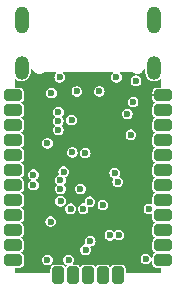
<source format=gbr>
%TF.GenerationSoftware,KiCad,Pcbnew,7.0.2*%
%TF.CreationDate,2023-07-26T16:03:34+02:00*%
%TF.ProjectId,epi,6570692e-6b69-4636-9164-5f7063625858,1_2_0*%
%TF.SameCoordinates,Original*%
%TF.FileFunction,Copper,L2,Inr*%
%TF.FilePolarity,Positive*%
%FSLAX46Y46*%
G04 Gerber Fmt 4.6, Leading zero omitted, Abs format (unit mm)*
G04 Created by KiCad (PCBNEW 7.0.2) date 2023-07-26 16:03:34*
%MOMM*%
%LPD*%
G01*
G04 APERTURE LIST*
G04 Aperture macros list*
%AMRoundRect*
0 Rectangle with rounded corners*
0 $1 Rounding radius*
0 $2 $3 $4 $5 $6 $7 $8 $9 X,Y pos of 4 corners*
0 Add a 4 corners polygon primitive as box body*
4,1,4,$2,$3,$4,$5,$6,$7,$8,$9,$2,$3,0*
0 Add four circle primitives for the rounded corners*
1,1,$1+$1,$2,$3*
1,1,$1+$1,$4,$5*
1,1,$1+$1,$6,$7*
1,1,$1+$1,$8,$9*
0 Add four rect primitives between the rounded corners*
20,1,$1+$1,$2,$3,$4,$5,0*
20,1,$1+$1,$4,$5,$6,$7,0*
20,1,$1+$1,$6,$7,$8,$9,0*
20,1,$1+$1,$8,$9,$2,$3,0*%
G04 Aperture macros list end*
%TA.AperFunction,CastellatedPad*%
%ADD10RoundRect,0.250000X-0.500000X-0.250000X0.500000X-0.250000X0.500000X0.250000X-0.500000X0.250000X0*%
%TD*%
%TA.AperFunction,CastellatedPad*%
%ADD11RoundRect,0.250000X-0.250000X0.500000X-0.250000X-0.500000X0.250000X-0.500000X0.250000X0.500000X0*%
%TD*%
%TA.AperFunction,ComponentPad*%
%ADD12O,1.200000X2.000000*%
%TD*%
%TA.AperFunction,ComponentPad*%
%ADD13O,1.200000X2.300000*%
%TD*%
%TA.AperFunction,ViaPad*%
%ADD14C,0.600000*%
%TD*%
G04 APERTURE END LIST*
D10*
%TO.N,D1{slash}TX*%
%TO.C,J1*%
X97923220Y-58920000D03*
%TO.N,D0{slash}RX*%
X97923220Y-60190000D03*
%TO.N,GND*%
X97923220Y-61460000D03*
X97923220Y-62730000D03*
%TO.N,D2{slash}SDA*%
X97923220Y-64000000D03*
%TO.N,D3{slash}SCL*%
X97923220Y-65270000D03*
%TO.N,D4*%
X97923220Y-66540000D03*
%TO.N,D5*%
X97923220Y-67810000D03*
%TO.N,D6*%
X97923220Y-69080000D03*
%TO.N,D7*%
X97923220Y-70350000D03*
%TO.N,D8*%
X97923220Y-71620000D03*
%TO.N,D9*%
X97923220Y-72890000D03*
%TD*%
D11*
%TO.N,D11*%
%TO.C,J3*%
X106813220Y-74160000D03*
%TO.N,D12*%
X105543220Y-74160000D03*
%TO.N,D13*%
X104273220Y-74160000D03*
%TO.N,D17{slash}SS*%
X103003220Y-74160000D03*
%TO.N,A5*%
X101733220Y-74160000D03*
%TD*%
D12*
%TO.N,Net-(J4-SHIELD)*%
%TO.C,J4*%
X109873220Y-56591500D03*
D13*
X109873220Y-52591500D03*
D12*
X98673220Y-56591500D03*
D13*
X98673220Y-52591500D03*
%TD*%
D10*
%TO.N,+5V*%
%TO.C,J2*%
X110623220Y-58920000D03*
%TO.N,GND*%
X110623220Y-60190000D03*
%TO.N,RST*%
X110623220Y-61460000D03*
%TO.N,A4*%
X110623220Y-62730000D03*
%TO.N,A3*%
X110623220Y-64000000D03*
%TO.N,A2*%
X110623220Y-65270000D03*
%TO.N,A1*%
X110623220Y-66540000D03*
%TO.N,A0*%
X110623220Y-67810000D03*
%TO.N,D15{slash}SCK*%
X110623220Y-69080000D03*
%TO.N,D14{slash}MISO*%
X110623220Y-70350000D03*
%TO.N,D16{slash}MOSI*%
X110623220Y-71620000D03*
%TO.N,D10*%
X110623220Y-72890000D03*
%TD*%
D14*
%TO.N,+5V*%
X108249098Y-69134122D03*
X106062720Y-60900000D03*
X103723720Y-62023055D03*
X100423220Y-62160000D03*
%TO.N,GND*%
X107593220Y-60500000D03*
X102874422Y-61020000D03*
X108333220Y-57700000D03*
X109422512Y-68554867D03*
X100833220Y-72860000D03*
X102623220Y-72860000D03*
X103623220Y-66860000D03*
X101112342Y-69620878D03*
%TO.N,Net-(U1-XTAL1)*%
X104462720Y-71275203D03*
X101933220Y-66100000D03*
%TO.N,RST*%
X104033220Y-63819920D03*
X107903220Y-62260000D03*
%TO.N,D1{slash}TX*%
X99648720Y-65660000D03*
%TO.N,D0{slash}RX*%
X99648720Y-66532544D03*
%TO.N,A4*%
X106533220Y-65500000D03*
%TO.N,Net-(U1-XTAL2)*%
X102208720Y-65402542D03*
X104063718Y-72000000D03*
%TO.N,D17{slash}SS*%
X101765572Y-60363083D03*
%TO.N,Net-(J4-D+-PadA6)*%
X103333220Y-58600000D03*
%TO.N,D7*%
X101941860Y-67908641D03*
%TO.N,D15{slash}SCK*%
X102941848Y-63766872D03*
%TO.N,D16{slash}MOSI*%
X101754098Y-61862000D03*
%TO.N,D14{slash}MISO*%
X101754098Y-61112497D03*
%TO.N,D3{slash}SCL*%
X101933220Y-66850500D03*
%TO.N,Net-(J4-D--PadA7)*%
X105223220Y-58600000D03*
%TO.N,D9*%
X103847220Y-68537000D03*
%TO.N,D5*%
X102797720Y-68537000D03*
%TO.N,D10*%
X106123822Y-70782529D03*
%TO.N,A3*%
X106786311Y-66249757D03*
%TO.N,A5*%
X105533220Y-68224500D03*
%TO.N,D11*%
X100833220Y-63000000D03*
%TO.N,D12*%
X104433220Y-67936000D03*
%TO.N,D13*%
X106873031Y-70761567D03*
X109172720Y-72800000D03*
%TO.N,Net-(FB1-Pad1)*%
X108088720Y-59500000D03*
X106673220Y-57400000D03*
X101873220Y-57400000D03*
X101177662Y-58740576D03*
%TD*%
%TA.AperFunction,Conductor*%
%TO.N,+5V*%
G36*
X109085970Y-56691480D02*
G01*
X109118936Y-56727710D01*
X109122720Y-56749389D01*
X109122720Y-57035209D01*
X109122936Y-57037063D01*
X109122937Y-57037068D01*
X109137978Y-57165756D01*
X109197981Y-57330615D01*
X109248033Y-57406714D01*
X109294390Y-57477196D01*
X109422002Y-57597592D01*
X109573939Y-57685312D01*
X109742010Y-57735630D01*
X109906322Y-57745200D01*
X109917154Y-57745831D01*
X109917154Y-57745830D01*
X109917155Y-57745831D01*
X110089931Y-57715365D01*
X110251024Y-57645877D01*
X110370503Y-57556927D01*
X110417995Y-57544940D01*
X110460056Y-57570046D01*
X110472720Y-57608264D01*
X110472720Y-58206000D01*
X110453975Y-58251255D01*
X110408720Y-58270000D01*
X110091739Y-58270000D01*
X109998072Y-58284834D01*
X109885176Y-58342358D01*
X109795578Y-58431956D01*
X109738055Y-58544851D01*
X109723220Y-58638518D01*
X109723220Y-58820000D01*
X110313759Y-58820000D01*
X110298220Y-58862694D01*
X110298220Y-58977306D01*
X110313759Y-59020000D01*
X109723221Y-59020000D01*
X109723221Y-59201480D01*
X109738054Y-59295147D01*
X109795578Y-59408043D01*
X109885175Y-59497641D01*
X109885281Y-59497695D01*
X109885584Y-59498050D01*
X109892343Y-59504809D01*
X109891811Y-59505340D01*
X109917094Y-59534943D01*
X109913251Y-59583775D01*
X109885284Y-59611743D01*
X109884880Y-59611948D01*
X109795169Y-59701659D01*
X109737574Y-59814695D01*
X109722720Y-59908480D01*
X109722720Y-60471519D01*
X109737573Y-60565303D01*
X109769635Y-60628227D01*
X109795170Y-60678342D01*
X109884878Y-60768050D01*
X109884880Y-60768051D01*
X109892046Y-60775217D01*
X109891437Y-60775825D01*
X109916545Y-60805225D01*
X109912700Y-60854057D01*
X109892010Y-60874746D01*
X109892046Y-60874783D01*
X109884879Y-60881949D01*
X109884878Y-60881950D01*
X109816328Y-60950500D01*
X109795169Y-60971659D01*
X109737574Y-61084695D01*
X109722720Y-61178480D01*
X109722720Y-61741519D01*
X109737573Y-61835303D01*
X109751176Y-61862000D01*
X109795170Y-61948342D01*
X109884878Y-62038050D01*
X109884880Y-62038051D01*
X109892046Y-62045217D01*
X109891437Y-62045825D01*
X109916545Y-62075225D01*
X109912700Y-62124057D01*
X109892010Y-62144746D01*
X109892046Y-62144783D01*
X109884879Y-62151949D01*
X109884878Y-62151950D01*
X109830861Y-62205967D01*
X109795169Y-62241659D01*
X109737574Y-62354695D01*
X109722720Y-62448480D01*
X109722720Y-63011519D01*
X109737573Y-63105303D01*
X109737574Y-63105304D01*
X109795170Y-63218342D01*
X109884878Y-63308050D01*
X109884880Y-63308051D01*
X109892046Y-63315217D01*
X109891437Y-63315825D01*
X109916545Y-63345225D01*
X109912700Y-63394057D01*
X109892010Y-63414746D01*
X109892046Y-63414783D01*
X109884879Y-63421949D01*
X109884878Y-63421950D01*
X109830876Y-63475952D01*
X109795169Y-63511659D01*
X109737574Y-63624695D01*
X109722720Y-63718480D01*
X109722720Y-64281519D01*
X109737573Y-64375303D01*
X109737574Y-64375304D01*
X109795170Y-64488342D01*
X109884878Y-64578050D01*
X109884880Y-64578051D01*
X109892046Y-64585217D01*
X109891437Y-64585825D01*
X109916545Y-64615225D01*
X109912700Y-64664057D01*
X109892010Y-64684746D01*
X109892046Y-64684783D01*
X109884879Y-64691949D01*
X109884878Y-64691950D01*
X109795169Y-64781658D01*
X109795169Y-64781659D01*
X109737574Y-64894695D01*
X109722720Y-64988480D01*
X109722720Y-65551519D01*
X109737573Y-65645303D01*
X109789141Y-65746509D01*
X109795170Y-65758342D01*
X109884878Y-65848050D01*
X109884880Y-65848051D01*
X109892046Y-65855217D01*
X109891437Y-65855825D01*
X109916545Y-65885225D01*
X109912700Y-65934057D01*
X109892010Y-65954746D01*
X109892046Y-65954783D01*
X109884879Y-65961949D01*
X109884878Y-65961950D01*
X109843134Y-66003694D01*
X109795169Y-66051659D01*
X109737574Y-66164695D01*
X109722720Y-66258480D01*
X109722720Y-66821519D01*
X109737573Y-66915303D01*
X109769889Y-66978726D01*
X109795170Y-67028342D01*
X109884878Y-67118050D01*
X109884880Y-67118051D01*
X109892046Y-67125217D01*
X109891437Y-67125825D01*
X109916545Y-67155225D01*
X109912700Y-67204057D01*
X109892010Y-67224747D01*
X109892046Y-67224783D01*
X109884879Y-67231949D01*
X109884878Y-67231950D01*
X109842826Y-67274002D01*
X109795169Y-67321659D01*
X109737574Y-67434695D01*
X109722720Y-67528480D01*
X109722720Y-68095081D01*
X109703975Y-68140336D01*
X109658720Y-68159081D01*
X109624120Y-68148921D01*
X109611581Y-68140863D01*
X109487284Y-68104367D01*
X109357740Y-68104367D01*
X109235238Y-68140336D01*
X109233440Y-68140864D01*
X109124463Y-68210899D01*
X109039629Y-68308804D01*
X108985815Y-68426639D01*
X108967379Y-68554867D01*
X108985815Y-68683094D01*
X109039629Y-68800929D01*
X109039630Y-68800930D01*
X109124463Y-68898834D01*
X109233443Y-68968871D01*
X109357740Y-69005367D01*
X109357741Y-69005367D01*
X109487283Y-69005367D01*
X109487284Y-69005367D01*
X109611581Y-68968871D01*
X109624120Y-68960812D01*
X109672323Y-68952115D01*
X109712560Y-68980051D01*
X109722720Y-69014653D01*
X109722720Y-69361519D01*
X109737573Y-69455303D01*
X109737574Y-69455304D01*
X109795170Y-69568342D01*
X109884878Y-69658050D01*
X109884880Y-69658051D01*
X109892046Y-69665217D01*
X109891437Y-69665825D01*
X109916545Y-69695225D01*
X109912700Y-69744057D01*
X109892010Y-69764747D01*
X109892046Y-69764783D01*
X109884879Y-69771949D01*
X109884878Y-69771950D01*
X109795169Y-69861658D01*
X109795169Y-69861659D01*
X109737574Y-69974695D01*
X109722720Y-70068480D01*
X109722720Y-70631519D01*
X109737573Y-70725303D01*
X109788221Y-70824703D01*
X109795170Y-70838342D01*
X109884878Y-70928050D01*
X109884880Y-70928051D01*
X109892046Y-70935217D01*
X109891437Y-70935825D01*
X109916545Y-70965225D01*
X109912700Y-71014057D01*
X109892010Y-71034747D01*
X109892046Y-71034783D01*
X109884879Y-71041949D01*
X109884878Y-71041950D01*
X109843344Y-71083484D01*
X109795169Y-71131659D01*
X109737574Y-71244695D01*
X109722720Y-71338480D01*
X109722720Y-71901519D01*
X109737573Y-71995303D01*
X109793015Y-72104112D01*
X109795170Y-72108342D01*
X109884878Y-72198050D01*
X109884880Y-72198051D01*
X109892046Y-72205217D01*
X109891437Y-72205825D01*
X109916545Y-72235225D01*
X109912700Y-72284057D01*
X109892010Y-72304747D01*
X109892046Y-72304783D01*
X109884879Y-72311949D01*
X109884878Y-72311950D01*
X109810832Y-72385996D01*
X109795169Y-72401659D01*
X109737574Y-72514695D01*
X109722720Y-72608480D01*
X109722720Y-72625670D01*
X109703975Y-72670925D01*
X109658720Y-72689670D01*
X109613465Y-72670925D01*
X109600504Y-72652257D01*
X109555602Y-72553937D01*
X109470768Y-72456032D01*
X109361791Y-72385997D01*
X109361790Y-72385996D01*
X109361789Y-72385996D01*
X109237492Y-72349500D01*
X109107948Y-72349500D01*
X108983651Y-72385996D01*
X108983648Y-72385997D01*
X108874671Y-72456032D01*
X108789837Y-72553937D01*
X108736023Y-72671772D01*
X108717587Y-72800000D01*
X108736023Y-72928227D01*
X108789837Y-73046062D01*
X108789838Y-73046063D01*
X108874671Y-73143967D01*
X108983651Y-73214004D01*
X109107948Y-73250500D01*
X109107949Y-73250500D01*
X109237491Y-73250500D01*
X109237492Y-73250500D01*
X109361789Y-73214004D01*
X109470769Y-73143967D01*
X109555602Y-73046063D01*
X109600505Y-72947740D01*
X109636354Y-72914363D01*
X109685306Y-72916111D01*
X109718685Y-72951962D01*
X109722720Y-72974328D01*
X109722720Y-73171519D01*
X109737573Y-73265303D01*
X109771531Y-73331949D01*
X109795170Y-73378342D01*
X109884878Y-73468050D01*
X109997916Y-73525646D01*
X110091701Y-73540500D01*
X110408720Y-73540499D01*
X110453975Y-73559244D01*
X110472720Y-73604499D01*
X110472720Y-73945500D01*
X110453975Y-73990755D01*
X110408720Y-74009500D01*
X107527719Y-74009500D01*
X107482464Y-73990755D01*
X107463719Y-73945500D01*
X107463719Y-73628481D01*
X107448866Y-73534696D01*
X107394922Y-73428826D01*
X107391270Y-73421658D01*
X107301562Y-73331950D01*
X107188524Y-73274354D01*
X107094739Y-73259500D01*
X106531700Y-73259500D01*
X106437916Y-73274353D01*
X106324879Y-73331949D01*
X106324878Y-73331949D01*
X106324878Y-73331950D01*
X106235170Y-73421658D01*
X106235169Y-73421659D01*
X106228003Y-73428826D01*
X106227394Y-73428217D01*
X106197992Y-73453325D01*
X106149160Y-73449478D01*
X106128473Y-73428790D01*
X106128438Y-73428826D01*
X106081363Y-73381751D01*
X106031562Y-73331950D01*
X105918524Y-73274354D01*
X105824739Y-73259500D01*
X105261700Y-73259500D01*
X105167916Y-73274353D01*
X105054879Y-73331949D01*
X105054878Y-73331949D01*
X105054878Y-73331950D01*
X104965170Y-73421658D01*
X104965169Y-73421659D01*
X104958003Y-73428826D01*
X104957394Y-73428217D01*
X104927989Y-73453327D01*
X104879157Y-73449478D01*
X104858472Y-73428790D01*
X104858437Y-73428826D01*
X104851271Y-73421660D01*
X104851270Y-73421658D01*
X104761562Y-73331950D01*
X104648524Y-73274354D01*
X104554739Y-73259500D01*
X103991700Y-73259500D01*
X103897916Y-73274353D01*
X103784879Y-73331949D01*
X103784878Y-73331949D01*
X103784878Y-73331950D01*
X103695170Y-73421658D01*
X103695169Y-73421659D01*
X103688003Y-73428826D01*
X103687394Y-73428217D01*
X103657992Y-73453325D01*
X103609160Y-73449478D01*
X103588473Y-73428790D01*
X103588438Y-73428826D01*
X103541363Y-73381751D01*
X103491562Y-73331950D01*
X103378524Y-73274354D01*
X103284739Y-73259500D01*
X103013289Y-73259500D01*
X102968034Y-73240755D01*
X102949289Y-73195500D01*
X102964921Y-73153589D01*
X102973258Y-73143967D01*
X103006102Y-73106063D01*
X103059917Y-72988226D01*
X103078353Y-72860000D01*
X103059917Y-72731774D01*
X103006102Y-72613937D01*
X102921269Y-72516033D01*
X102921268Y-72516032D01*
X102812291Y-72445997D01*
X102812290Y-72445996D01*
X102812289Y-72445996D01*
X102687992Y-72409500D01*
X102558448Y-72409500D01*
X102434151Y-72445996D01*
X102434148Y-72445997D01*
X102325171Y-72516032D01*
X102240337Y-72613937D01*
X102186523Y-72731772D01*
X102168087Y-72859999D01*
X102168087Y-72860000D01*
X102177304Y-72924113D01*
X102186523Y-72988227D01*
X102240337Y-73106062D01*
X102325171Y-73203967D01*
X102434147Y-73274002D01*
X102434148Y-73274002D01*
X102434151Y-73274004D01*
X102437849Y-73275089D01*
X102475990Y-73305822D01*
X102481229Y-73354524D01*
X102465076Y-73381751D01*
X102441540Y-73405287D01*
X102425170Y-73421658D01*
X102425169Y-73421659D01*
X102418004Y-73428825D01*
X102417395Y-73428216D01*
X102387989Y-73453327D01*
X102339157Y-73449478D01*
X102318472Y-73428790D01*
X102318437Y-73428826D01*
X102311271Y-73421660D01*
X102311270Y-73421658D01*
X102221562Y-73331950D01*
X102108524Y-73274354D01*
X102014739Y-73259500D01*
X101451700Y-73259500D01*
X101357916Y-73274353D01*
X101244879Y-73331949D01*
X101155169Y-73421659D01*
X101097574Y-73534695D01*
X101082720Y-73628480D01*
X101082720Y-73945500D01*
X101063975Y-73990755D01*
X101018720Y-74009500D01*
X98137720Y-74009500D01*
X98092465Y-73990755D01*
X98073720Y-73945500D01*
X98073720Y-73604499D01*
X98092465Y-73559244D01*
X98137720Y-73540499D01*
X98454739Y-73540499D01*
X98501630Y-73533072D01*
X98548524Y-73525646D01*
X98661562Y-73468050D01*
X98751270Y-73378342D01*
X98808866Y-73265304D01*
X98823720Y-73171519D01*
X98823719Y-72860000D01*
X100378087Y-72860000D01*
X100396523Y-72988227D01*
X100450337Y-73106062D01*
X100491519Y-73153589D01*
X100535171Y-73203967D01*
X100644151Y-73274004D01*
X100768448Y-73310500D01*
X100768449Y-73310500D01*
X100897991Y-73310500D01*
X100897992Y-73310500D01*
X101022289Y-73274004D01*
X101131269Y-73203967D01*
X101216102Y-73106063D01*
X101269917Y-72988226D01*
X101288353Y-72860000D01*
X101269917Y-72731774D01*
X101216102Y-72613937D01*
X101131269Y-72516033D01*
X101131268Y-72516032D01*
X101022291Y-72445997D01*
X101022290Y-72445996D01*
X101022289Y-72445996D01*
X100897992Y-72409500D01*
X100768448Y-72409500D01*
X100644151Y-72445996D01*
X100644148Y-72445997D01*
X100535171Y-72516032D01*
X100450337Y-72613937D01*
X100396523Y-72731772D01*
X100378087Y-72860000D01*
X98823719Y-72860000D01*
X98823719Y-72608482D01*
X98808866Y-72514696D01*
X98751270Y-72401658D01*
X98661562Y-72311950D01*
X98661561Y-72311949D01*
X98654394Y-72304782D01*
X98655002Y-72304173D01*
X98629897Y-72274778D01*
X98633739Y-72225945D01*
X98654430Y-72205254D01*
X98654394Y-72205218D01*
X98661562Y-72198050D01*
X98751270Y-72108342D01*
X98806473Y-72000000D01*
X103608585Y-72000000D01*
X103627021Y-72128227D01*
X103680835Y-72246062D01*
X103765669Y-72343967D01*
X103874649Y-72414004D01*
X103998946Y-72450500D01*
X103998947Y-72450500D01*
X104128489Y-72450500D01*
X104128490Y-72450500D01*
X104252787Y-72414004D01*
X104361767Y-72343967D01*
X104446600Y-72246063D01*
X104500415Y-72128226D01*
X104518851Y-72000000D01*
X104500415Y-71871774D01*
X104475075Y-71816289D01*
X104473327Y-71767338D01*
X104506705Y-71731487D01*
X104518825Y-71728850D01*
X104518663Y-71728295D01*
X104527491Y-71725703D01*
X104527492Y-71725703D01*
X104651789Y-71689207D01*
X104760769Y-71619170D01*
X104845602Y-71521266D01*
X104899417Y-71403429D01*
X104917853Y-71275203D01*
X104899417Y-71146977D01*
X104845602Y-71029140D01*
X104760769Y-70931236D01*
X104760768Y-70931235D01*
X104651791Y-70861200D01*
X104651790Y-70861199D01*
X104651789Y-70861199D01*
X104527492Y-70824703D01*
X104397948Y-70824703D01*
X104351504Y-70838340D01*
X104273648Y-70861200D01*
X104164671Y-70931235D01*
X104079837Y-71029140D01*
X104026023Y-71146975D01*
X104007587Y-71275202D01*
X104026023Y-71403430D01*
X104051362Y-71458913D01*
X104053111Y-71507865D01*
X104019733Y-71543716D01*
X104007612Y-71546352D01*
X104007775Y-71546908D01*
X103998947Y-71549500D01*
X103998946Y-71549500D01*
X103874649Y-71585996D01*
X103874646Y-71585997D01*
X103765669Y-71656032D01*
X103680835Y-71753937D01*
X103627021Y-71871772D01*
X103608585Y-72000000D01*
X98806473Y-72000000D01*
X98808866Y-71995304D01*
X98823720Y-71901519D01*
X98823719Y-71338482D01*
X98813697Y-71275203D01*
X98808866Y-71244696D01*
X98802921Y-71233029D01*
X98751270Y-71131658D01*
X98661562Y-71041950D01*
X98661561Y-71041949D01*
X98654394Y-71034782D01*
X98655002Y-71034173D01*
X98629897Y-71004778D01*
X98633739Y-70955945D01*
X98654430Y-70935254D01*
X98654394Y-70935218D01*
X98661562Y-70928050D01*
X98751270Y-70838342D01*
X98779709Y-70782528D01*
X105668689Y-70782528D01*
X105687125Y-70910756D01*
X105740939Y-71028591D01*
X105788503Y-71083484D01*
X105825773Y-71126496D01*
X105934753Y-71196533D01*
X106059050Y-71233029D01*
X106059051Y-71233029D01*
X106188593Y-71233029D01*
X106188594Y-71233029D01*
X106312891Y-71196533D01*
X106421871Y-71126496D01*
X106459140Y-71083483D01*
X106502942Y-71061558D01*
X106549419Y-71077027D01*
X106555875Y-71083483D01*
X106574982Y-71105534D01*
X106683962Y-71175571D01*
X106808259Y-71212067D01*
X106808260Y-71212067D01*
X106937802Y-71212067D01*
X106937803Y-71212067D01*
X107062100Y-71175571D01*
X107171080Y-71105534D01*
X107255913Y-71007630D01*
X107309728Y-70889793D01*
X107328164Y-70761567D01*
X107309728Y-70633341D01*
X107255913Y-70515504D01*
X107171080Y-70417600D01*
X107171079Y-70417599D01*
X107062102Y-70347564D01*
X107062101Y-70347563D01*
X107062100Y-70347563D01*
X106937803Y-70311067D01*
X106808259Y-70311067D01*
X106683962Y-70347563D01*
X106683959Y-70347564D01*
X106574981Y-70417600D01*
X106537711Y-70460612D01*
X106493909Y-70482537D01*
X106447432Y-70467067D01*
X106440976Y-70460611D01*
X106421870Y-70438561D01*
X106312893Y-70368526D01*
X106312892Y-70368525D01*
X106312891Y-70368525D01*
X106188594Y-70332029D01*
X106059050Y-70332029D01*
X105934753Y-70368525D01*
X105934750Y-70368526D01*
X105825773Y-70438561D01*
X105740939Y-70536466D01*
X105687125Y-70654301D01*
X105668689Y-70782528D01*
X98779709Y-70782528D01*
X98808866Y-70725304D01*
X98823720Y-70631519D01*
X98823719Y-70068482D01*
X98818397Y-70034880D01*
X98808866Y-69974696D01*
X98803847Y-69964845D01*
X98751270Y-69861658D01*
X98661562Y-69771950D01*
X98661561Y-69771949D01*
X98654394Y-69764782D01*
X98655002Y-69764173D01*
X98629897Y-69734778D01*
X98633739Y-69685945D01*
X98654430Y-69665254D01*
X98654394Y-69665218D01*
X98661562Y-69658050D01*
X98698734Y-69620878D01*
X100657209Y-69620878D01*
X100663584Y-69665217D01*
X100675645Y-69749105D01*
X100729459Y-69866940D01*
X100729460Y-69866941D01*
X100814293Y-69964845D01*
X100923273Y-70034882D01*
X101047570Y-70071378D01*
X101047571Y-70071378D01*
X101177113Y-70071378D01*
X101177114Y-70071378D01*
X101301411Y-70034882D01*
X101410391Y-69964845D01*
X101495224Y-69866941D01*
X101549039Y-69749104D01*
X101567475Y-69620878D01*
X101549039Y-69492652D01*
X101495224Y-69374815D01*
X101410391Y-69276911D01*
X101410390Y-69276910D01*
X101301413Y-69206875D01*
X101301412Y-69206874D01*
X101301411Y-69206874D01*
X101177114Y-69170378D01*
X101047570Y-69170378D01*
X100923273Y-69206874D01*
X100923270Y-69206875D01*
X100814293Y-69276910D01*
X100729459Y-69374815D01*
X100675645Y-69492650D01*
X100675644Y-69492652D01*
X100675645Y-69492652D01*
X100657209Y-69620878D01*
X98698734Y-69620878D01*
X98751270Y-69568342D01*
X98808866Y-69455304D01*
X98823720Y-69361519D01*
X98823719Y-68798482D01*
X98808866Y-68704696D01*
X98751270Y-68591658D01*
X98696612Y-68537000D01*
X102342587Y-68537000D01*
X102361023Y-68665227D01*
X102414837Y-68783062D01*
X102499671Y-68880966D01*
X102499671Y-68880967D01*
X102608651Y-68951004D01*
X102732948Y-68987500D01*
X102732949Y-68987500D01*
X102862491Y-68987500D01*
X102862492Y-68987500D01*
X102986789Y-68951004D01*
X103095769Y-68880967D01*
X103180602Y-68783063D01*
X103234417Y-68665226D01*
X103252853Y-68537000D01*
X103392087Y-68537000D01*
X103410523Y-68665227D01*
X103464337Y-68783062D01*
X103549171Y-68880966D01*
X103549171Y-68880967D01*
X103658151Y-68951004D01*
X103782448Y-68987500D01*
X103782449Y-68987500D01*
X103911991Y-68987500D01*
X103911992Y-68987500D01*
X104036289Y-68951004D01*
X104145269Y-68880967D01*
X104230102Y-68783063D01*
X104283917Y-68665226D01*
X104302353Y-68537000D01*
X104291019Y-68458173D01*
X104303133Y-68410713D01*
X104345260Y-68385718D01*
X104359246Y-68386719D01*
X104359246Y-68386500D01*
X104497991Y-68386500D01*
X104497992Y-68386500D01*
X104622289Y-68350004D01*
X104731269Y-68279967D01*
X104779331Y-68224500D01*
X105078087Y-68224500D01*
X105096523Y-68352727D01*
X105150337Y-68470562D01*
X105188777Y-68514925D01*
X105235171Y-68568467D01*
X105344151Y-68638504D01*
X105468448Y-68675000D01*
X105468449Y-68675000D01*
X105597991Y-68675000D01*
X105597992Y-68675000D01*
X105722289Y-68638504D01*
X105831269Y-68568467D01*
X105916102Y-68470563D01*
X105969917Y-68352726D01*
X105988353Y-68224500D01*
X105969917Y-68096274D01*
X105916102Y-67978437D01*
X105831269Y-67880533D01*
X105831268Y-67880532D01*
X105722291Y-67810497D01*
X105722290Y-67810496D01*
X105722289Y-67810496D01*
X105597992Y-67774000D01*
X105468448Y-67774000D01*
X105353422Y-67807774D01*
X105344148Y-67810497D01*
X105235171Y-67880532D01*
X105150337Y-67978437D01*
X105096523Y-68096272D01*
X105078087Y-68224500D01*
X104779331Y-68224500D01*
X104816102Y-68182063D01*
X104869917Y-68064226D01*
X104888353Y-67936000D01*
X104869917Y-67807774D01*
X104816102Y-67689937D01*
X104731269Y-67592033D01*
X104731268Y-67592032D01*
X104622291Y-67521997D01*
X104622290Y-67521996D01*
X104622289Y-67521996D01*
X104497992Y-67485500D01*
X104368448Y-67485500D01*
X104244151Y-67521996D01*
X104244148Y-67521997D01*
X104135171Y-67592032D01*
X104050337Y-67689937D01*
X103996523Y-67807772D01*
X103978087Y-67936000D01*
X103989420Y-68014824D01*
X103977305Y-68062286D01*
X103935179Y-68087281D01*
X103921193Y-68086281D01*
X103921193Y-68086500D01*
X103911992Y-68086500D01*
X103782448Y-68086500D01*
X103673082Y-68118612D01*
X103658148Y-68122997D01*
X103549171Y-68193032D01*
X103464337Y-68290937D01*
X103410523Y-68408772D01*
X103392087Y-68537000D01*
X103252853Y-68537000D01*
X103234417Y-68408774D01*
X103180602Y-68290937D01*
X103095769Y-68193033D01*
X103095768Y-68193032D01*
X102986791Y-68122997D01*
X102986790Y-68122996D01*
X102986789Y-68122996D01*
X102862492Y-68086500D01*
X102732948Y-68086500D01*
X102623582Y-68118612D01*
X102608648Y-68122997D01*
X102499671Y-68193032D01*
X102414837Y-68290937D01*
X102361023Y-68408772D01*
X102342587Y-68537000D01*
X98696612Y-68537000D01*
X98661562Y-68501950D01*
X98661561Y-68501949D01*
X98654394Y-68494782D01*
X98655002Y-68494173D01*
X98629897Y-68464778D01*
X98633739Y-68415945D01*
X98654430Y-68395254D01*
X98654394Y-68395218D01*
X98663894Y-68385718D01*
X98751270Y-68298342D01*
X98808866Y-68185304D01*
X98823720Y-68091519D01*
X98823720Y-67908640D01*
X101486727Y-67908640D01*
X101505163Y-68036868D01*
X101558977Y-68154703D01*
X101558978Y-68154704D01*
X101643811Y-68252608D01*
X101752791Y-68322645D01*
X101877088Y-68359141D01*
X101877089Y-68359141D01*
X102006631Y-68359141D01*
X102006632Y-68359141D01*
X102130929Y-68322645D01*
X102239909Y-68252608D01*
X102324742Y-68154704D01*
X102378557Y-68036867D01*
X102396993Y-67908641D01*
X102378557Y-67780415D01*
X102324742Y-67662578D01*
X102239909Y-67564674D01*
X102239908Y-67564673D01*
X102130931Y-67494638D01*
X102130930Y-67494637D01*
X102130929Y-67494637D01*
X102006632Y-67458141D01*
X101877088Y-67458141D01*
X101783910Y-67485500D01*
X101752788Y-67494638D01*
X101643811Y-67564673D01*
X101558977Y-67662578D01*
X101505163Y-67780413D01*
X101486727Y-67908640D01*
X98823720Y-67908640D01*
X98823719Y-67528482D01*
X98808866Y-67434696D01*
X98751270Y-67321658D01*
X98661562Y-67231950D01*
X98661561Y-67231949D01*
X98654394Y-67224782D01*
X98655002Y-67224173D01*
X98629897Y-67194778D01*
X98633739Y-67145945D01*
X98654430Y-67125254D01*
X98654394Y-67125218D01*
X98673550Y-67106062D01*
X98751270Y-67028342D01*
X98808866Y-66915304D01*
X98823720Y-66821519D01*
X98823719Y-66532544D01*
X99193587Y-66532544D01*
X99212023Y-66660771D01*
X99265837Y-66778606D01*
X99265838Y-66778607D01*
X99350671Y-66876511D01*
X99459651Y-66946548D01*
X99583948Y-66983044D01*
X99583949Y-66983044D01*
X99713491Y-66983044D01*
X99713492Y-66983044D01*
X99837789Y-66946548D01*
X99946769Y-66876511D01*
X99969308Y-66850499D01*
X101478087Y-66850499D01*
X101496523Y-66978727D01*
X101550337Y-67096562D01*
X101575693Y-67125825D01*
X101635171Y-67194467D01*
X101744151Y-67264504D01*
X101868448Y-67301000D01*
X101868449Y-67301000D01*
X101997991Y-67301000D01*
X101997992Y-67301000D01*
X102122289Y-67264504D01*
X102231269Y-67194467D01*
X102316102Y-67096563D01*
X102369917Y-66978726D01*
X102386987Y-66859999D01*
X103168087Y-66859999D01*
X103186523Y-66988227D01*
X103240337Y-67106062D01*
X103240338Y-67106063D01*
X103325171Y-67203967D01*
X103434151Y-67274004D01*
X103558448Y-67310500D01*
X103558449Y-67310500D01*
X103687991Y-67310500D01*
X103687992Y-67310500D01*
X103812289Y-67274004D01*
X103921269Y-67203967D01*
X104006102Y-67106063D01*
X104059917Y-66988226D01*
X104078353Y-66860000D01*
X104059917Y-66731774D01*
X104006102Y-66613937D01*
X103921269Y-66516033D01*
X103921268Y-66516032D01*
X103812291Y-66445997D01*
X103812290Y-66445996D01*
X103812289Y-66445996D01*
X103687992Y-66409500D01*
X103558448Y-66409500D01*
X103434151Y-66445996D01*
X103434148Y-66445997D01*
X103325171Y-66516032D01*
X103240337Y-66613937D01*
X103186523Y-66731772D01*
X103168087Y-66859999D01*
X102386987Y-66859999D01*
X102388353Y-66850500D01*
X102369917Y-66722274D01*
X102316102Y-66604437D01*
X102240476Y-66517158D01*
X102225008Y-66470684D01*
X102240476Y-66433341D01*
X102316102Y-66346063D01*
X102369917Y-66228226D01*
X102388353Y-66100000D01*
X102369917Y-65971774D01*
X102341385Y-65909300D01*
X102339637Y-65860349D01*
X102373015Y-65824498D01*
X102381563Y-65821309D01*
X102397789Y-65816546D01*
X102506769Y-65746509D01*
X102591602Y-65648605D01*
X102645417Y-65530768D01*
X102649841Y-65500000D01*
X106078087Y-65500000D01*
X106096523Y-65628227D01*
X106150337Y-65746062D01*
X106150338Y-65746063D01*
X106235171Y-65843967D01*
X106344151Y-65914004D01*
X106361670Y-65919147D01*
X106399809Y-65949883D01*
X106405046Y-65998586D01*
X106401854Y-66007142D01*
X106349614Y-66121529D01*
X106331178Y-66249756D01*
X106331178Y-66249757D01*
X106336458Y-66286481D01*
X106349614Y-66377984D01*
X106403428Y-66495819D01*
X106420943Y-66516033D01*
X106488262Y-66593724D01*
X106597242Y-66663761D01*
X106721539Y-66700257D01*
X106721540Y-66700257D01*
X106851082Y-66700257D01*
X106851083Y-66700257D01*
X106975380Y-66663761D01*
X107084360Y-66593724D01*
X107169193Y-66495820D01*
X107223008Y-66377983D01*
X107241444Y-66249757D01*
X107223008Y-66121531D01*
X107169193Y-66003694D01*
X107084360Y-65905790D01*
X107084359Y-65905789D01*
X106975380Y-65835752D01*
X106957860Y-65830608D01*
X106919721Y-65799871D01*
X106914486Y-65751168D01*
X106917677Y-65742614D01*
X106945709Y-65681233D01*
X106969917Y-65628226D01*
X106988353Y-65500000D01*
X106969917Y-65371774D01*
X106916102Y-65253937D01*
X106831269Y-65156033D01*
X106831268Y-65156032D01*
X106722291Y-65085997D01*
X106722290Y-65085996D01*
X106722289Y-65085996D01*
X106597992Y-65049500D01*
X106468448Y-65049500D01*
X106437541Y-65058575D01*
X106344148Y-65085997D01*
X106235171Y-65156032D01*
X106150337Y-65253937D01*
X106096523Y-65371772D01*
X106078087Y-65500000D01*
X102649841Y-65500000D01*
X102663853Y-65402542D01*
X102645417Y-65274316D01*
X102591602Y-65156479D01*
X102506769Y-65058575D01*
X102506768Y-65058574D01*
X102397791Y-64988539D01*
X102397790Y-64988538D01*
X102397789Y-64988538D01*
X102273492Y-64952042D01*
X102143948Y-64952042D01*
X102019842Y-64988482D01*
X102019648Y-64988539D01*
X101910671Y-65058574D01*
X101825837Y-65156479D01*
X101772023Y-65274314D01*
X101753587Y-65402541D01*
X101772023Y-65530769D01*
X101800553Y-65593239D01*
X101802302Y-65642191D01*
X101768924Y-65678042D01*
X101760370Y-65681233D01*
X101744150Y-65685995D01*
X101635171Y-65756032D01*
X101550337Y-65853937D01*
X101496523Y-65971772D01*
X101478087Y-66100000D01*
X101496523Y-66228227D01*
X101550337Y-66346062D01*
X101625962Y-66433339D01*
X101641431Y-66479816D01*
X101625962Y-66517161D01*
X101550337Y-66604437D01*
X101496523Y-66722272D01*
X101478087Y-66850499D01*
X99969308Y-66850499D01*
X100031602Y-66778607D01*
X100085417Y-66660770D01*
X100103853Y-66532544D01*
X100085417Y-66404318D01*
X100031602Y-66286481D01*
X99946769Y-66188577D01*
X99946768Y-66188576D01*
X99886916Y-66150112D01*
X99858980Y-66109876D01*
X99867677Y-66061671D01*
X99886916Y-66042432D01*
X99946769Y-66003967D01*
X100031602Y-65906063D01*
X100085417Y-65788226D01*
X100103853Y-65660000D01*
X100085417Y-65531774D01*
X100031602Y-65413937D01*
X99946769Y-65316033D01*
X99946768Y-65316032D01*
X99837791Y-65245997D01*
X99837790Y-65245996D01*
X99837789Y-65245996D01*
X99713492Y-65209500D01*
X99583948Y-65209500D01*
X99459651Y-65245996D01*
X99459648Y-65245997D01*
X99350671Y-65316032D01*
X99265837Y-65413937D01*
X99212023Y-65531772D01*
X99195700Y-65645303D01*
X99193587Y-65660000D01*
X99197325Y-65685996D01*
X99212023Y-65788227D01*
X99265837Y-65906062D01*
X99350671Y-66003967D01*
X99410523Y-66042432D01*
X99438459Y-66082668D01*
X99429762Y-66130873D01*
X99410523Y-66150112D01*
X99350671Y-66188576D01*
X99265837Y-66286481D01*
X99212023Y-66404316D01*
X99193587Y-66532544D01*
X98823719Y-66532544D01*
X98823719Y-66258482D01*
X98818927Y-66228227D01*
X98808866Y-66164696D01*
X98785348Y-66118540D01*
X98751270Y-66051658D01*
X98661562Y-65961950D01*
X98661561Y-65961949D01*
X98654394Y-65954782D01*
X98655002Y-65954173D01*
X98629897Y-65924778D01*
X98633739Y-65875945D01*
X98654430Y-65855254D01*
X98654394Y-65855218D01*
X98673860Y-65835752D01*
X98751270Y-65758342D01*
X98808866Y-65645304D01*
X98823720Y-65551519D01*
X98823719Y-64988482D01*
X98808866Y-64894696D01*
X98751270Y-64781658D01*
X98661562Y-64691950D01*
X98661561Y-64691949D01*
X98654394Y-64684782D01*
X98655002Y-64684173D01*
X98629897Y-64654778D01*
X98633739Y-64605945D01*
X98654430Y-64585254D01*
X98654394Y-64585218D01*
X98661562Y-64578050D01*
X98751270Y-64488342D01*
X98808866Y-64375304D01*
X98823720Y-64281519D01*
X98823719Y-63766871D01*
X102486715Y-63766871D01*
X102505151Y-63895099D01*
X102558965Y-64012934D01*
X102558966Y-64012935D01*
X102643799Y-64110839D01*
X102752779Y-64180876D01*
X102877076Y-64217372D01*
X102877077Y-64217372D01*
X103006619Y-64217372D01*
X103006620Y-64217372D01*
X103130917Y-64180876D01*
X103239897Y-64110839D01*
X103324730Y-64012935D01*
X103378545Y-63895098D01*
X103389354Y-63819920D01*
X103578087Y-63819920D01*
X103596523Y-63948147D01*
X103650337Y-64065982D01*
X103650338Y-64065983D01*
X103735171Y-64163887D01*
X103844151Y-64233924D01*
X103968448Y-64270420D01*
X103968449Y-64270420D01*
X104097991Y-64270420D01*
X104097992Y-64270420D01*
X104222289Y-64233924D01*
X104331269Y-64163887D01*
X104416102Y-64065983D01*
X104469917Y-63948146D01*
X104488353Y-63819920D01*
X104469917Y-63691694D01*
X104416102Y-63573857D01*
X104331269Y-63475953D01*
X104331268Y-63475952D01*
X104222291Y-63405917D01*
X104222290Y-63405916D01*
X104222289Y-63405916D01*
X104097992Y-63369420D01*
X103968448Y-63369420D01*
X103844151Y-63405916D01*
X103844148Y-63405917D01*
X103735171Y-63475952D01*
X103650337Y-63573857D01*
X103596523Y-63691692D01*
X103578087Y-63819920D01*
X103389354Y-63819920D01*
X103396981Y-63766872D01*
X103378545Y-63638646D01*
X103324730Y-63520809D01*
X103239897Y-63422905D01*
X103239896Y-63422904D01*
X103130919Y-63352869D01*
X103130918Y-63352868D01*
X103130917Y-63352868D01*
X103006620Y-63316372D01*
X102877076Y-63316372D01*
X102752779Y-63352868D01*
X102752776Y-63352869D01*
X102643799Y-63422904D01*
X102558965Y-63520809D01*
X102505151Y-63638644D01*
X102486715Y-63766871D01*
X98823719Y-63766871D01*
X98823719Y-63718482D01*
X98808866Y-63624696D01*
X98751270Y-63511658D01*
X98661562Y-63421950D01*
X98661561Y-63421949D01*
X98654394Y-63414782D01*
X98655002Y-63414173D01*
X98629897Y-63384778D01*
X98633739Y-63335945D01*
X98654430Y-63315254D01*
X98654394Y-63315218D01*
X98661562Y-63308050D01*
X98751270Y-63218342D01*
X98808866Y-63105304D01*
X98823720Y-63011519D01*
X98823720Y-63000000D01*
X100378087Y-63000000D01*
X100396523Y-63128227D01*
X100450337Y-63246062D01*
X100450338Y-63246063D01*
X100535171Y-63343967D01*
X100644151Y-63414004D01*
X100768448Y-63450500D01*
X100768449Y-63450500D01*
X100897991Y-63450500D01*
X100897992Y-63450500D01*
X101022289Y-63414004D01*
X101131269Y-63343967D01*
X101216102Y-63246063D01*
X101269917Y-63128226D01*
X101288353Y-63000000D01*
X101269917Y-62871774D01*
X101216102Y-62753937D01*
X101131269Y-62656033D01*
X101131268Y-62656032D01*
X101022291Y-62585997D01*
X101022290Y-62585996D01*
X101022289Y-62585996D01*
X100897992Y-62549500D01*
X100768448Y-62549500D01*
X100644151Y-62585996D01*
X100644148Y-62585997D01*
X100535171Y-62656032D01*
X100450337Y-62753937D01*
X100396523Y-62871772D01*
X100378087Y-63000000D01*
X98823720Y-63000000D01*
X98823719Y-62448482D01*
X98808866Y-62354696D01*
X98751270Y-62241658D01*
X98661562Y-62151950D01*
X98661561Y-62151949D01*
X98654394Y-62144782D01*
X98655002Y-62144173D01*
X98629897Y-62114778D01*
X98633739Y-62065945D01*
X98654430Y-62045254D01*
X98654394Y-62045218D01*
X98661562Y-62038050D01*
X98751270Y-61948342D01*
X98795264Y-61861999D01*
X101298965Y-61861999D01*
X101317401Y-61990227D01*
X101371215Y-62108062D01*
X101409244Y-62151950D01*
X101456049Y-62205967D01*
X101565029Y-62276004D01*
X101689326Y-62312500D01*
X101689327Y-62312500D01*
X101818869Y-62312500D01*
X101818870Y-62312500D01*
X101943167Y-62276004D01*
X101968071Y-62259999D01*
X107448087Y-62259999D01*
X107466523Y-62388227D01*
X107520337Y-62506062D01*
X107520338Y-62506063D01*
X107605171Y-62603967D01*
X107714151Y-62674004D01*
X107838448Y-62710500D01*
X107838449Y-62710500D01*
X107967991Y-62710500D01*
X107967992Y-62710500D01*
X108092289Y-62674004D01*
X108201269Y-62603967D01*
X108286102Y-62506063D01*
X108339917Y-62388226D01*
X108358353Y-62260000D01*
X108339917Y-62131774D01*
X108286102Y-62013937D01*
X108201269Y-61916033D01*
X108201268Y-61916032D01*
X108092291Y-61845997D01*
X108092290Y-61845996D01*
X108092289Y-61845996D01*
X107967992Y-61809500D01*
X107838448Y-61809500D01*
X107714151Y-61845996D01*
X107714148Y-61845997D01*
X107605171Y-61916032D01*
X107520337Y-62013937D01*
X107466523Y-62131772D01*
X107448087Y-62259999D01*
X101968071Y-62259999D01*
X102052147Y-62205967D01*
X102136980Y-62108063D01*
X102190795Y-61990226D01*
X102209231Y-61862000D01*
X102190795Y-61733774D01*
X102136980Y-61615937D01*
X102061786Y-61529157D01*
X102046318Y-61482682D01*
X102061785Y-61445340D01*
X102136980Y-61358560D01*
X102190795Y-61240723D01*
X102209231Y-61112497D01*
X102195932Y-61020000D01*
X102419289Y-61020000D01*
X102437725Y-61148227D01*
X102491539Y-61266062D01*
X102491540Y-61266063D01*
X102576373Y-61363967D01*
X102685353Y-61434004D01*
X102809650Y-61470500D01*
X102809651Y-61470500D01*
X102939193Y-61470500D01*
X102939194Y-61470500D01*
X103063491Y-61434004D01*
X103172471Y-61363967D01*
X103257304Y-61266063D01*
X103311119Y-61148226D01*
X103329555Y-61020000D01*
X103311119Y-60891774D01*
X103257304Y-60773937D01*
X103172471Y-60676033D01*
X103172470Y-60676032D01*
X103063493Y-60605997D01*
X103063492Y-60605996D01*
X103063491Y-60605996D01*
X102939194Y-60569500D01*
X102809650Y-60569500D01*
X102685353Y-60605996D01*
X102685350Y-60605997D01*
X102576373Y-60676032D01*
X102491539Y-60773937D01*
X102437725Y-60891772D01*
X102419289Y-61020000D01*
X102195932Y-61020000D01*
X102190795Y-60984271D01*
X102136980Y-60866434D01*
X102067562Y-60786320D01*
X102052094Y-60739845D01*
X102067562Y-60702501D01*
X102148454Y-60609146D01*
X102198300Y-60499999D01*
X107138087Y-60499999D01*
X107156523Y-60628227D01*
X107210337Y-60746062D01*
X107245222Y-60786322D01*
X107295171Y-60843967D01*
X107404151Y-60914004D01*
X107528448Y-60950500D01*
X107528449Y-60950500D01*
X107657991Y-60950500D01*
X107657992Y-60950500D01*
X107782289Y-60914004D01*
X107891269Y-60843967D01*
X107976102Y-60746063D01*
X108029917Y-60628226D01*
X108048353Y-60500000D01*
X108029917Y-60371774D01*
X107976102Y-60253937D01*
X107891269Y-60156033D01*
X107891268Y-60156032D01*
X107782291Y-60085997D01*
X107782290Y-60085996D01*
X107782289Y-60085996D01*
X107657992Y-60049500D01*
X107528448Y-60049500D01*
X107404151Y-60085996D01*
X107404148Y-60085997D01*
X107295171Y-60156032D01*
X107210337Y-60253937D01*
X107156523Y-60371772D01*
X107138087Y-60499999D01*
X102198300Y-60499999D01*
X102202269Y-60491309D01*
X102220705Y-60363083D01*
X102202269Y-60234857D01*
X102148454Y-60117020D01*
X102063621Y-60019116D01*
X102063620Y-60019115D01*
X101954643Y-59949080D01*
X101954642Y-59949079D01*
X101954641Y-59949079D01*
X101830344Y-59912583D01*
X101700800Y-59912583D01*
X101576503Y-59949079D01*
X101576500Y-59949080D01*
X101467523Y-60019115D01*
X101382689Y-60117020D01*
X101328875Y-60234855D01*
X101310439Y-60363082D01*
X101328875Y-60491310D01*
X101382689Y-60609145D01*
X101452106Y-60689258D01*
X101467575Y-60735735D01*
X101452106Y-60773080D01*
X101371215Y-60866434D01*
X101317401Y-60984269D01*
X101298965Y-61112496D01*
X101317401Y-61240724D01*
X101371215Y-61358559D01*
X101446407Y-61445337D01*
X101461876Y-61491814D01*
X101446408Y-61529158D01*
X101371215Y-61615937D01*
X101317401Y-61733772D01*
X101298965Y-61861999D01*
X98795264Y-61861999D01*
X98808866Y-61835304D01*
X98823720Y-61741519D01*
X98823719Y-61178482D01*
X98818927Y-61148227D01*
X98808866Y-61084696D01*
X98808866Y-61084695D01*
X98751270Y-60971658D01*
X98661562Y-60881950D01*
X98661561Y-60881949D01*
X98654394Y-60874782D01*
X98655002Y-60874173D01*
X98629897Y-60844778D01*
X98633739Y-60795945D01*
X98654430Y-60775254D01*
X98654394Y-60775218D01*
X98661562Y-60768050D01*
X98751270Y-60678342D01*
X98808866Y-60565304D01*
X98823720Y-60471519D01*
X98823719Y-59908482D01*
X98808866Y-59814696D01*
X98751270Y-59701658D01*
X98661562Y-59611950D01*
X98661561Y-59611949D01*
X98654394Y-59604782D01*
X98655002Y-59604173D01*
X98629897Y-59574778D01*
X98633739Y-59525945D01*
X98654430Y-59505254D01*
X98654394Y-59505218D01*
X98659612Y-59500000D01*
X107633587Y-59500000D01*
X107634355Y-59505340D01*
X107652023Y-59628227D01*
X107705837Y-59746062D01*
X107705838Y-59746063D01*
X107790671Y-59843967D01*
X107899651Y-59914004D01*
X108023948Y-59950500D01*
X108023949Y-59950500D01*
X108153491Y-59950500D01*
X108153492Y-59950500D01*
X108277789Y-59914004D01*
X108386769Y-59843967D01*
X108471602Y-59746063D01*
X108525417Y-59628226D01*
X108543853Y-59500000D01*
X108525417Y-59371774D01*
X108471602Y-59253937D01*
X108386769Y-59156033D01*
X108386768Y-59156032D01*
X108277791Y-59085997D01*
X108277790Y-59085996D01*
X108277789Y-59085996D01*
X108153492Y-59049500D01*
X108023948Y-59049500D01*
X107899651Y-59085996D01*
X107899648Y-59085997D01*
X107790671Y-59156032D01*
X107705837Y-59253937D01*
X107652023Y-59371772D01*
X107646765Y-59408342D01*
X107633587Y-59500000D01*
X98659612Y-59500000D01*
X98661971Y-59497641D01*
X98751270Y-59408342D01*
X98808866Y-59295304D01*
X98823720Y-59201519D01*
X98823719Y-58740576D01*
X100722529Y-58740576D01*
X100740965Y-58868803D01*
X100794779Y-58986638D01*
X100850115Y-59050500D01*
X100879613Y-59084543D01*
X100988593Y-59154580D01*
X101112890Y-59191076D01*
X101112891Y-59191076D01*
X101242433Y-59191076D01*
X101242434Y-59191076D01*
X101366731Y-59154580D01*
X101475711Y-59084543D01*
X101560544Y-58986639D01*
X101614359Y-58868802D01*
X101632795Y-58740576D01*
X101614359Y-58612350D01*
X101608719Y-58600000D01*
X102878087Y-58600000D01*
X102896523Y-58728227D01*
X102950337Y-58846062D01*
X102950338Y-58846063D01*
X103035171Y-58943967D01*
X103144151Y-59014004D01*
X103268448Y-59050500D01*
X103268449Y-59050500D01*
X103397991Y-59050500D01*
X103397992Y-59050500D01*
X103522289Y-59014004D01*
X103631269Y-58943967D01*
X103716102Y-58846063D01*
X103769917Y-58728226D01*
X103788353Y-58600000D01*
X104768087Y-58600000D01*
X104786523Y-58728227D01*
X104840337Y-58846062D01*
X104840338Y-58846063D01*
X104925171Y-58943967D01*
X105034151Y-59014004D01*
X105158448Y-59050500D01*
X105158449Y-59050500D01*
X105287991Y-59050500D01*
X105287992Y-59050500D01*
X105412289Y-59014004D01*
X105521269Y-58943967D01*
X105606102Y-58846063D01*
X105659917Y-58728226D01*
X105678353Y-58600000D01*
X105659917Y-58471774D01*
X105606102Y-58353937D01*
X105521269Y-58256033D01*
X105521268Y-58256032D01*
X105412291Y-58185997D01*
X105412290Y-58185996D01*
X105412289Y-58185996D01*
X105287992Y-58149500D01*
X105158448Y-58149500D01*
X105034151Y-58185996D01*
X105034148Y-58185997D01*
X104925171Y-58256032D01*
X104840337Y-58353937D01*
X104786523Y-58471772D01*
X104768087Y-58600000D01*
X103788353Y-58600000D01*
X103769917Y-58471774D01*
X103716102Y-58353937D01*
X103631269Y-58256033D01*
X103631268Y-58256032D01*
X103522291Y-58185997D01*
X103522290Y-58185996D01*
X103522289Y-58185996D01*
X103397992Y-58149500D01*
X103268448Y-58149500D01*
X103144151Y-58185996D01*
X103144148Y-58185997D01*
X103035171Y-58256032D01*
X102950337Y-58353937D01*
X102896523Y-58471772D01*
X102878087Y-58600000D01*
X101608719Y-58600000D01*
X101560544Y-58494513D01*
X101475711Y-58396609D01*
X101475710Y-58396608D01*
X101366733Y-58326573D01*
X101366732Y-58326572D01*
X101366731Y-58326572D01*
X101242434Y-58290076D01*
X101112890Y-58290076D01*
X100988593Y-58326572D01*
X100988590Y-58326573D01*
X100879613Y-58396608D01*
X100794779Y-58494513D01*
X100740965Y-58612348D01*
X100722529Y-58740576D01*
X98823719Y-58740576D01*
X98823719Y-58638482D01*
X98819580Y-58612350D01*
X98808866Y-58544696D01*
X98771709Y-58471772D01*
X98751270Y-58431658D01*
X98661562Y-58341950D01*
X98548524Y-58284354D01*
X98454739Y-58269500D01*
X98137720Y-58269500D01*
X98092465Y-58250755D01*
X98073720Y-58205500D01*
X98073720Y-57946062D01*
X98073720Y-57606060D01*
X98092464Y-57560808D01*
X98137719Y-57542063D01*
X98181638Y-57559511D01*
X98183013Y-57560808D01*
X98222002Y-57597592D01*
X98373939Y-57685312D01*
X98542010Y-57735630D01*
X98706322Y-57745200D01*
X98717154Y-57745831D01*
X98717154Y-57745830D01*
X98717155Y-57745831D01*
X98889931Y-57715365D01*
X99051024Y-57645877D01*
X99191750Y-57541110D01*
X99304522Y-57406714D01*
X99383260Y-57249933D01*
X99423720Y-57079221D01*
X99423720Y-56764204D01*
X99442465Y-56718950D01*
X99487720Y-56700205D01*
X99532975Y-56718950D01*
X99541757Y-56729912D01*
X99542647Y-56731314D01*
X99542648Y-56731317D01*
X99631390Y-56871152D01*
X99752120Y-56984526D01*
X99897252Y-57064313D01*
X99897254Y-57064314D01*
X100057666Y-57105500D01*
X100057667Y-57105500D01*
X100179698Y-57105500D01*
X100181718Y-57105500D01*
X100304788Y-57089953D01*
X100458775Y-57028985D01*
X100551030Y-56961956D01*
X100592966Y-56951889D01*
X100592966Y-56950498D01*
X100598567Y-56950498D01*
X100663209Y-56950498D01*
X100663215Y-56950500D01*
X100690566Y-56950500D01*
X100724823Y-56950501D01*
X100724825Y-56950500D01*
X101526476Y-56950500D01*
X101571731Y-56969245D01*
X101590476Y-57014500D01*
X101574844Y-57056409D01*
X101567996Y-57064314D01*
X101490337Y-57153937D01*
X101436523Y-57271772D01*
X101418087Y-57400000D01*
X101436523Y-57528227D01*
X101490337Y-57646062D01*
X101490338Y-57646063D01*
X101575171Y-57743967D01*
X101684151Y-57814004D01*
X101808448Y-57850500D01*
X101808449Y-57850500D01*
X101937991Y-57850500D01*
X101937992Y-57850500D01*
X102062289Y-57814004D01*
X102171269Y-57743967D01*
X102256102Y-57646063D01*
X102309917Y-57528226D01*
X102328353Y-57400000D01*
X102309917Y-57271774D01*
X102256102Y-57153937D01*
X102171595Y-57056409D01*
X102156127Y-57009934D01*
X102178053Y-56966132D01*
X102219964Y-56950500D01*
X106326476Y-56950500D01*
X106371731Y-56969245D01*
X106390476Y-57014500D01*
X106374844Y-57056409D01*
X106367996Y-57064314D01*
X106290337Y-57153937D01*
X106236523Y-57271772D01*
X106218087Y-57400000D01*
X106236523Y-57528227D01*
X106290337Y-57646062D01*
X106290338Y-57646063D01*
X106375171Y-57743967D01*
X106484151Y-57814004D01*
X106608448Y-57850500D01*
X106608449Y-57850500D01*
X106737991Y-57850500D01*
X106737992Y-57850500D01*
X106862289Y-57814004D01*
X106971269Y-57743967D01*
X107009366Y-57700000D01*
X107878087Y-57700000D01*
X107887304Y-57764113D01*
X107896523Y-57828227D01*
X107950337Y-57946062D01*
X107950338Y-57946063D01*
X108035171Y-58043967D01*
X108144151Y-58114004D01*
X108268448Y-58150500D01*
X108268449Y-58150500D01*
X108397991Y-58150500D01*
X108397992Y-58150500D01*
X108522289Y-58114004D01*
X108631269Y-58043967D01*
X108716102Y-57946063D01*
X108769917Y-57828226D01*
X108788353Y-57700000D01*
X108769917Y-57571774D01*
X108716102Y-57453937D01*
X108631269Y-57356033D01*
X108631268Y-57356032D01*
X108522291Y-57285997D01*
X108522290Y-57285996D01*
X108522289Y-57285996D01*
X108397992Y-57249500D01*
X108268448Y-57249500D01*
X108144151Y-57285996D01*
X108144148Y-57285997D01*
X108035171Y-57356032D01*
X107950337Y-57453937D01*
X107896523Y-57571772D01*
X107885842Y-57646062D01*
X107878087Y-57700000D01*
X107009366Y-57700000D01*
X107056102Y-57646063D01*
X107109917Y-57528226D01*
X107128353Y-57400000D01*
X107109917Y-57271774D01*
X107056102Y-57153937D01*
X106971595Y-57056409D01*
X106956127Y-57009934D01*
X106978053Y-56966132D01*
X107019964Y-56950500D01*
X107807343Y-56950500D01*
X107807347Y-56950501D01*
X107820075Y-56950501D01*
X107827895Y-56950501D01*
X107827948Y-56950522D01*
X107854426Y-56950521D01*
X107854426Y-56950522D01*
X107930290Y-56950520D01*
X107951932Y-56950520D01*
X107951932Y-56953092D01*
X107990809Y-56961708D01*
X107997916Y-56967483D01*
X108010691Y-56979480D01*
X108016066Y-56984527D01*
X108161196Y-57064313D01*
X108161200Y-57064315D01*
X108321612Y-57105501D01*
X108321613Y-57105501D01*
X108443644Y-57105501D01*
X108445664Y-57105501D01*
X108568734Y-57089954D01*
X108722721Y-57028986D01*
X108856709Y-56931638D01*
X108962278Y-56804027D01*
X109000812Y-56722137D01*
X109037041Y-56689173D01*
X109085970Y-56691480D01*
G37*
%TD.AperFunction*%
%TD*%
M02*

</source>
